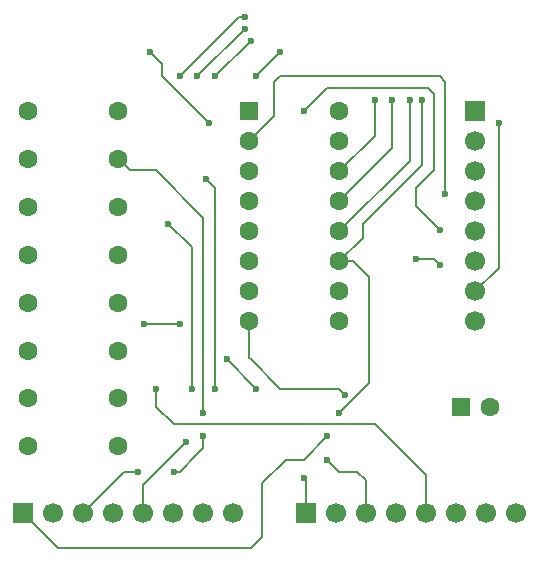
<source format=gbr>
%TF.GenerationSoftware,KiCad,Pcbnew,9.0.5*%
%TF.CreationDate,2025-10-04T13:36:39+01:00*%
%TF.ProjectId,piso,7069736f-2e6b-4696-9361-645f70636258,rev?*%
%TF.SameCoordinates,Original*%
%TF.FileFunction,Copper,L2,Bot*%
%TF.FilePolarity,Positive*%
%FSLAX46Y46*%
G04 Gerber Fmt 4.6, Leading zero omitted, Abs format (unit mm)*
G04 Created by KiCad (PCBNEW 9.0.5) date 2025-10-04 13:36:39*
%MOMM*%
%LPD*%
G01*
G04 APERTURE LIST*
G04 Aperture macros list*
%AMRoundRect*
0 Rectangle with rounded corners*
0 $1 Rounding radius*
0 $2 $3 $4 $5 $6 $7 $8 $9 X,Y pos of 4 corners*
0 Add a 4 corners polygon primitive as box body*
4,1,4,$2,$3,$4,$5,$6,$7,$8,$9,$2,$3,0*
0 Add four circle primitives for the rounded corners*
1,1,$1+$1,$2,$3*
1,1,$1+$1,$4,$5*
1,1,$1+$1,$6,$7*
1,1,$1+$1,$8,$9*
0 Add four rect primitives between the rounded corners*
20,1,$1+$1,$2,$3,$4,$5,0*
20,1,$1+$1,$4,$5,$6,$7,0*
20,1,$1+$1,$6,$7,$8,$9,0*
20,1,$1+$1,$8,$9,$2,$3,0*%
G04 Aperture macros list end*
%TA.AperFunction,ComponentPad*%
%ADD10C,1.600000*%
%TD*%
%TA.AperFunction,ComponentPad*%
%ADD11RoundRect,0.250000X-0.550000X-0.550000X0.550000X-0.550000X0.550000X0.550000X-0.550000X0.550000X0*%
%TD*%
%TA.AperFunction,ComponentPad*%
%ADD12R,1.700000X1.700000*%
%TD*%
%TA.AperFunction,ComponentPad*%
%ADD13C,1.700000*%
%TD*%
%TA.AperFunction,ViaPad*%
%ADD14C,0.600000*%
%TD*%
%TA.AperFunction,Conductor*%
%ADD15C,0.200000*%
%TD*%
G04 APERTURE END LIST*
D10*
%TO.P,R3,1*%
%TO.N,+3.3V*%
X134190000Y-68100000D03*
%TO.P,R3,2*%
%TO.N,Net-(J1-Pin_5)*%
X141810000Y-68100000D03*
%TD*%
%TO.P,R4,1*%
%TO.N,+3.3V*%
X134190000Y-72150000D03*
%TO.P,R4,2*%
%TO.N,Net-(J1-Pin_7)*%
X141810000Y-72150000D03*
%TD*%
D11*
%TO.P,U1,1,~{PL}*%
%TO.N,Net-(J3-Pin_5)*%
X152880000Y-60000000D03*
D10*
%TO.P,U1,2,CP*%
%TO.N,Net-(J3-Pin_4)*%
X152880000Y-62540000D03*
%TO.P,U1,3,D4*%
%TO.N,Net-(J2-Pin_1)*%
X152880000Y-65080000D03*
%TO.P,U1,4,D5*%
%TO.N,Net-(J2-Pin_3)*%
X152880000Y-67620000D03*
%TO.P,U1,5,D6*%
%TO.N,Net-(J2-Pin_5)*%
X152880000Y-70160000D03*
%TO.P,U1,6,D7*%
%TO.N,Net-(J2-Pin_7)*%
X152880000Y-72700000D03*
%TO.P,U1,7,~{Q7}*%
%TO.N,unconnected-(U1-~{Q7}-Pad7)*%
X152880000Y-75240000D03*
%TO.P,U1,8,GND*%
%TO.N,GND*%
X152880000Y-77780000D03*
%TO.P,U1,9,Q7*%
%TO.N,Net-(J3-Pin_3)*%
X160500000Y-77780000D03*
%TO.P,U1,10,DS*%
%TO.N,Net-(J3-Pin_6)*%
X160500000Y-75240000D03*
%TO.P,U1,11,D0*%
%TO.N,Net-(J1-Pin_1)*%
X160500000Y-72700000D03*
%TO.P,U1,12,D1*%
%TO.N,Net-(J1-Pin_3)*%
X160500000Y-70160000D03*
%TO.P,U1,13,D2*%
%TO.N,Net-(J1-Pin_5)*%
X160500000Y-67620000D03*
%TO.P,U1,14,D3*%
%TO.N,Net-(J1-Pin_7)*%
X160500000Y-65080000D03*
%TO.P,U1,15,~{CE}*%
%TO.N,GND*%
X160500000Y-62540000D03*
%TO.P,U1,16,VCC*%
%TO.N,+3.3V*%
X160500000Y-60000000D03*
%TD*%
%TO.P,R6,1*%
%TO.N,+3.3V*%
X134190000Y-80250000D03*
%TO.P,R6,2*%
%TO.N,Net-(J2-Pin_3)*%
X141810000Y-80250000D03*
%TD*%
%TO.P,R7,1*%
%TO.N,+3.3V*%
X134190000Y-84300000D03*
%TO.P,R7,2*%
%TO.N,Net-(J2-Pin_5)*%
X141810000Y-84300000D03*
%TD*%
D12*
%TO.P,J1,1,Pin_1*%
%TO.N,Net-(J1-Pin_1)*%
X133720000Y-94000000D03*
D13*
%TO.P,J1,2,Pin_2*%
%TO.N,GND*%
X136260000Y-94000000D03*
%TO.P,J1,3,Pin_3*%
%TO.N,Net-(J1-Pin_3)*%
X138800000Y-94000000D03*
%TO.P,J1,4,Pin_4*%
%TO.N,GND*%
X141340000Y-94000000D03*
%TO.P,J1,5,Pin_5*%
%TO.N,Net-(J1-Pin_5)*%
X143880000Y-94000000D03*
%TO.P,J1,6,Pin_6*%
%TO.N,GND*%
X146420000Y-94000000D03*
%TO.P,J1,7,Pin_7*%
%TO.N,Net-(J1-Pin_7)*%
X148960000Y-94000000D03*
%TO.P,J1,8,Pin_8*%
%TO.N,GND*%
X151500000Y-94000000D03*
%TD*%
D10*
%TO.P,R5,1*%
%TO.N,+3.3V*%
X134190000Y-76200000D03*
%TO.P,R5,2*%
%TO.N,Net-(J2-Pin_1)*%
X141810000Y-76200000D03*
%TD*%
%TO.P,R2,1*%
%TO.N,+3.3V*%
X134190000Y-64050000D03*
%TO.P,R2,2*%
%TO.N,Net-(J1-Pin_3)*%
X141810000Y-64050000D03*
%TD*%
%TO.P,R8,1*%
%TO.N,+3.3V*%
X134190000Y-88350000D03*
%TO.P,R8,2*%
%TO.N,Net-(J2-Pin_7)*%
X141810000Y-88350000D03*
%TD*%
D12*
%TO.P,J3,1,Pin_1*%
%TO.N,+3.3V*%
X172000000Y-60000000D03*
D13*
%TO.P,J3,2,Pin_2*%
%TO.N,GND*%
X172000000Y-62540000D03*
%TO.P,J3,3,Pin_3*%
%TO.N,Net-(J3-Pin_3)*%
X172000000Y-65080000D03*
%TO.P,J3,4,Pin_4*%
%TO.N,Net-(J3-Pin_4)*%
X172000000Y-67620000D03*
%TO.P,J3,5,Pin_5*%
%TO.N,Net-(J3-Pin_5)*%
X172000000Y-70160000D03*
%TO.P,J3,6,Pin_6*%
%TO.N,Net-(J3-Pin_6)*%
X172000000Y-72700000D03*
%TO.P,J3,7,Pin_7*%
%TO.N,+3.3V*%
X172000000Y-75240000D03*
%TO.P,J3,8,Pin_8*%
X172000000Y-77780000D03*
%TD*%
D10*
%TO.P,R1,1*%
%TO.N,+3.3V*%
X134190000Y-60000000D03*
%TO.P,R1,2*%
%TO.N,Net-(J1-Pin_1)*%
X141810000Y-60000000D03*
%TD*%
D12*
%TO.P,J2,1,Pin_1*%
%TO.N,Net-(J2-Pin_1)*%
X157650000Y-94000000D03*
D13*
%TO.P,J2,2,Pin_2*%
%TO.N,GND*%
X160190000Y-94000000D03*
%TO.P,J2,3,Pin_3*%
%TO.N,Net-(J2-Pin_3)*%
X162730000Y-94000000D03*
%TO.P,J2,4,Pin_4*%
%TO.N,GND*%
X165270000Y-94000000D03*
%TO.P,J2,5,Pin_5*%
%TO.N,Net-(J2-Pin_5)*%
X167810000Y-94000000D03*
%TO.P,J2,6,Pin_6*%
%TO.N,GND*%
X170350000Y-94000000D03*
%TO.P,J2,7,Pin_7*%
%TO.N,Net-(J2-Pin_7)*%
X172890000Y-94000000D03*
%TO.P,J2,8,Pin_8*%
%TO.N,GND*%
X175430000Y-94000000D03*
%TD*%
D11*
%TO.P,C1,1*%
%TO.N,+3.3V*%
X170803631Y-85000000D03*
D10*
%TO.P,C1,2*%
%TO.N,GND*%
X173303631Y-85000000D03*
%TD*%
D14*
%TO.N,Net-(J1-Pin_1)*%
X159500000Y-87500000D03*
X147000000Y-57000000D03*
X152500000Y-52000000D03*
X167500000Y-59000000D03*
X160500000Y-85500000D03*
%TO.N,+3.3V*%
X174000000Y-61000000D03*
%TO.N,Net-(J1-Pin_3)*%
X149000000Y-87500000D03*
X146500000Y-90500000D03*
X166500000Y-59000000D03*
X148500000Y-57000000D03*
X143500000Y-90500000D03*
X149000000Y-85500000D03*
X152500000Y-53000000D03*
%TO.N,Net-(J1-Pin_5)*%
X147500000Y-88000000D03*
X148000000Y-83500000D03*
X146000000Y-69500000D03*
X150000000Y-57000000D03*
X153000000Y-54000000D03*
X165000000Y-59000000D03*
%TO.N,Net-(J1-Pin_7)*%
X144500000Y-55000000D03*
X153500000Y-57000000D03*
X163500000Y-59000000D03*
X155500000Y-55000000D03*
X149500000Y-61000000D03*
%TO.N,Net-(J2-Pin_1)*%
X157500000Y-91000000D03*
X149250000Y-65750000D03*
X150000000Y-83500000D03*
%TO.N,Net-(J2-Pin_3)*%
X147000000Y-78000000D03*
X144000000Y-78000000D03*
X151000000Y-81000000D03*
X159500000Y-89500000D03*
X153500000Y-83500000D03*
%TO.N,Net-(J2-Pin_5)*%
X145000000Y-83500000D03*
%TO.N,Net-(J3-Pin_4)*%
X169500000Y-67000000D03*
%TO.N,GND*%
X161000000Y-84000000D03*
%TO.N,Net-(J3-Pin_5)*%
X169000000Y-70000000D03*
X157500000Y-60000000D03*
%TO.N,Net-(J3-Pin_6)*%
X169000000Y-73000000D03*
X167000000Y-72500000D03*
%TD*%
D15*
%TO.N,Net-(J1-Pin_1)*%
X162500000Y-69500000D02*
X162500000Y-70700000D01*
X167500000Y-59000000D02*
X167500000Y-64500000D01*
X154000000Y-91500000D02*
X154000000Y-96000000D01*
X156000000Y-89500000D02*
X154000000Y-91500000D01*
X147000000Y-57000000D02*
X152000000Y-52000000D01*
X163000000Y-83000000D02*
X160500000Y-85500000D01*
X153000000Y-97000000D02*
X136720000Y-97000000D01*
X159500000Y-87500000D02*
X157500000Y-89500000D01*
X160500000Y-72700000D02*
X161700000Y-72700000D01*
X167500000Y-64500000D02*
X162500000Y-69500000D01*
X157500000Y-89500000D02*
X156000000Y-89500000D01*
X162500000Y-70700000D02*
X160500000Y-72700000D01*
X136720000Y-97000000D02*
X133720000Y-94000000D01*
X154000000Y-96000000D02*
X153000000Y-97000000D01*
X152000000Y-52000000D02*
X152500000Y-52000000D01*
X163000000Y-74000000D02*
X163000000Y-83000000D01*
X161700000Y-72700000D02*
X163000000Y-74000000D01*
%TO.N,+3.3V*%
X174000000Y-73240000D02*
X172000000Y-75240000D01*
X174000000Y-61000000D02*
X174000000Y-73240000D01*
%TO.N,Net-(J1-Pin_3)*%
X143500000Y-65000000D02*
X145000000Y-65000000D01*
X148500000Y-57000000D02*
X152500000Y-53000000D01*
X142760000Y-65000000D02*
X143500000Y-65000000D01*
X149000000Y-88500000D02*
X148500000Y-89000000D01*
X149000000Y-69000000D02*
X149000000Y-85500000D01*
X145000000Y-65000000D02*
X149000000Y-69000000D01*
X166500000Y-59000000D02*
X166500000Y-64160000D01*
X149000000Y-87500000D02*
X149000000Y-88500000D01*
X166500000Y-64160000D02*
X160500000Y-70160000D01*
X142300000Y-90500000D02*
X138800000Y-94000000D01*
X147000000Y-90500000D02*
X146500000Y-90500000D01*
X148500000Y-89000000D02*
X147000000Y-90500000D01*
X143500000Y-90500000D02*
X142300000Y-90500000D01*
X141810000Y-64050000D02*
X142760000Y-65000000D01*
%TO.N,Net-(J1-Pin_5)*%
X165000000Y-59000000D02*
X165000000Y-63120000D01*
X143880000Y-94000000D02*
X143880000Y-91620000D01*
X143880000Y-91620000D02*
X147500000Y-88000000D01*
X148000000Y-71500000D02*
X146000000Y-69500000D01*
X150000000Y-57000000D02*
X153000000Y-54000000D01*
X165000000Y-63120000D02*
X160500000Y-67620000D01*
X148000000Y-83500000D02*
X148000000Y-71500000D01*
%TO.N,Net-(J1-Pin_7)*%
X145500000Y-56000000D02*
X145500000Y-57000000D01*
X144500000Y-55000000D02*
X145500000Y-56000000D01*
X163500000Y-62080000D02*
X160500000Y-65080000D01*
X145500000Y-57000000D02*
X149500000Y-61000000D01*
X163500000Y-59000000D02*
X163500000Y-62080000D01*
X153500000Y-57000000D02*
X155500000Y-55000000D01*
%TO.N,Net-(J2-Pin_1)*%
X157650000Y-94000000D02*
X157650000Y-91150000D01*
X157650000Y-91150000D02*
X157500000Y-91000000D01*
X150000000Y-66500000D02*
X149250000Y-65750000D01*
X150000000Y-83500000D02*
X150000000Y-66500000D01*
%TO.N,Net-(J2-Pin_3)*%
X153500000Y-83500000D02*
X151000000Y-81000000D01*
X162730000Y-94000000D02*
X162730000Y-91230000D01*
X147000000Y-78000000D02*
X144000000Y-78000000D01*
X162730000Y-91230000D02*
X162000000Y-90500000D01*
X162000000Y-90500000D02*
X160500000Y-90500000D01*
X160500000Y-90500000D02*
X159500000Y-89500000D01*
%TO.N,Net-(J2-Pin_5)*%
X145000000Y-85000000D02*
X145000000Y-83500000D01*
X167810000Y-94000000D02*
X167810000Y-90810000D01*
X167810000Y-90810000D02*
X163500000Y-86500000D01*
X163500000Y-86500000D02*
X146500000Y-86500000D01*
X146500000Y-86500000D02*
X145000000Y-85000000D01*
%TO.N,Net-(J3-Pin_4)*%
X169500000Y-57500000D02*
X169000000Y-57000000D01*
X169000000Y-57000000D02*
X155500000Y-57000000D01*
X155000000Y-60420000D02*
X152880000Y-62540000D01*
X169500000Y-67000000D02*
X169500000Y-57500000D01*
X155000000Y-57500000D02*
X155000000Y-60420000D01*
X155500000Y-57000000D02*
X155000000Y-57500000D01*
%TO.N,GND*%
X152880000Y-80880000D02*
X153000000Y-81000000D01*
X155500000Y-83500000D02*
X157500000Y-83500000D01*
X153000000Y-81000000D02*
X155500000Y-83500000D01*
X160500000Y-83500000D02*
X161000000Y-84000000D01*
X157500000Y-83500000D02*
X160500000Y-83500000D01*
X152880000Y-77780000D02*
X152880000Y-80880000D01*
%TO.N,Net-(J3-Pin_5)*%
X168500000Y-65000000D02*
X168500000Y-58500000D01*
X167000000Y-68000000D02*
X167000000Y-67000000D01*
X168000000Y-58000000D02*
X159500000Y-58000000D01*
X169000000Y-70000000D02*
X167000000Y-68000000D01*
X167000000Y-66500000D02*
X168500000Y-65000000D01*
X168500000Y-58500000D02*
X168000000Y-58000000D01*
X167000000Y-67000000D02*
X167000000Y-66500000D01*
X159500000Y-58000000D02*
X157500000Y-60000000D01*
%TO.N,Net-(J3-Pin_6)*%
X168500000Y-72500000D02*
X169000000Y-73000000D01*
X167000000Y-72500000D02*
X168500000Y-72500000D01*
%TD*%
M02*

</source>
